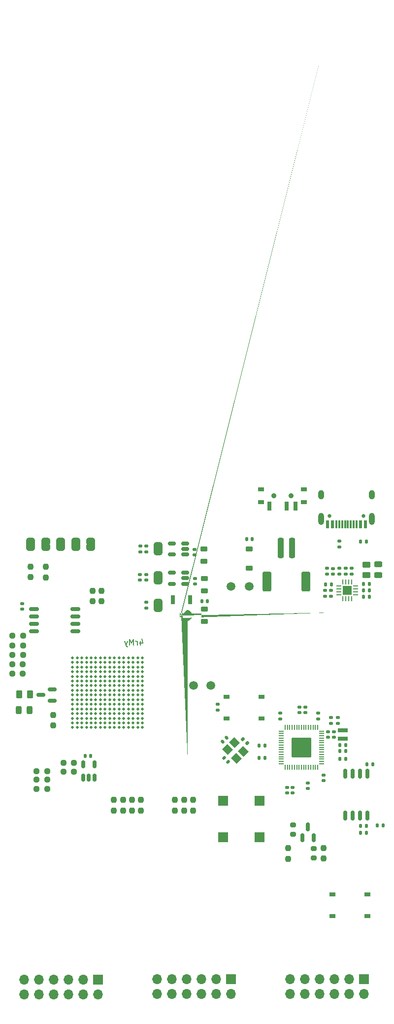
<source format=gbr>
%TF.GenerationSoftware,KiCad,Pcbnew,9.0.0*%
%TF.CreationDate,2025-05-15T06:11:23+08:00*%
%TF.ProjectId,greybadge_pcb,67726579-6261-4646-9765-5f7063622e6b,rev?*%
%TF.SameCoordinates,Original*%
%TF.FileFunction,Soldermask,Bot*%
%TF.FilePolarity,Negative*%
%FSLAX46Y46*%
G04 Gerber Fmt 4.6, Leading zero omitted, Abs format (unit mm)*
G04 Created by KiCad (PCBNEW 9.0.0) date 2025-05-15 06:11:23*
%MOMM*%
%LPD*%
G01*
G04 APERTURE LIST*
G04 Aperture macros list*
%AMRoundRect*
0 Rectangle with rounded corners*
0 $1 Rounding radius*
0 $2 $3 $4 $5 $6 $7 $8 $9 X,Y pos of 4 corners*
0 Add a 4 corners polygon primitive as box body*
4,1,4,$2,$3,$4,$5,$6,$7,$8,$9,$2,$3,0*
0 Add four circle primitives for the rounded corners*
1,1,$1+$1,$2,$3*
1,1,$1+$1,$4,$5*
1,1,$1+$1,$6,$7*
1,1,$1+$1,$8,$9*
0 Add four rect primitives between the rounded corners*
20,1,$1+$1,$2,$3,$4,$5,0*
20,1,$1+$1,$4,$5,$6,$7,0*
20,1,$1+$1,$6,$7,$8,$9,0*
20,1,$1+$1,$8,$9,$2,$3,0*%
%AMRotRect*
0 Rectangle, with rotation*
0 The origin of the aperture is its center*
0 $1 length*
0 $2 width*
0 $3 Rotation angle, in degrees counterclockwise*
0 Add horizontal line*
21,1,$1,$2,0,0,$3*%
%AMFreePoly0*
4,1,23,0.500000,-0.750000,0.000000,-0.750000,0.000000,-0.745722,-0.065263,-0.745722,-0.191342,-0.711940,-0.304381,-0.646677,-0.396677,-0.554381,-0.461940,-0.441342,-0.495722,-0.315263,-0.495722,-0.250000,-0.500000,-0.250000,-0.500000,0.250000,-0.495722,0.250000,-0.495722,0.315263,-0.461940,0.441342,-0.396677,0.554381,-0.304381,0.646677,-0.191342,0.711940,-0.065263,0.745722,0.000000,0.745722,
0.000000,0.750000,0.500000,0.750000,0.500000,-0.750000,0.500000,-0.750000,$1*%
%AMFreePoly1*
4,1,23,0.000000,0.745722,0.065263,0.745722,0.191342,0.711940,0.304381,0.646677,0.396677,0.554381,0.461940,0.441342,0.495722,0.315263,0.495722,0.250000,0.500000,0.250000,0.500000,-0.250000,0.495722,-0.250000,0.495722,-0.315263,0.461940,-0.441342,0.396677,-0.554381,0.304381,-0.646677,0.191342,-0.711940,0.065263,-0.745722,0.000000,-0.745722,0.000000,-0.750000,-0.500000,-0.750000,
-0.500000,0.750000,0.000000,0.750000,0.000000,0.745722,0.000000,0.745722,$1*%
%AMFreePoly2*
4,1,123,0.971755,0.948997,1.016180,0.945872,1.060427,0.940665,1.104369,0.933401,1.147930,0.924054,1.190983,0.912700,1.233477,0.899340,1.275286,0.883998,1.316332,0.866701,1.356541,0.847523,1.395784,0.826467,1.434011,0.803581,1.471120,0.778943,1.507036,0.752604,1.541656,0.724613,1.574956,0.694996,1.606807,0.663881,1.637186,0.631293,1.665989,0.597333,1.693167,0.562052,
1.718669,0.525527,1.742418,0.487859,1.764389,0.449098,1.784531,0.409373,1.802769,0.330023,3.500102,0.330023,3.500102,-0.329972,1.802769,-0.329972,1.784531,-0.409271,1.764389,-0.448997,1.742418,-0.487757,1.718669,-0.525425,1.693167,-0.561951,1.665989,-0.597231,1.637186,-0.631191,1.606807,-0.663780,1.574956,-0.694895,1.541656,-0.724511,1.507036,-0.752502,1.471120,-0.778842,
1.434011,-0.803480,1.395784,-0.826365,1.356541,-0.847422,1.316332,-0.866599,1.275286,-0.883896,1.233477,-0.899238,1.190983,-0.912598,1.147930,-0.923952,1.104369,-0.933299,1.060427,-0.940564,1.016180,-0.945771,0.971755,-0.948895,0.927229,-0.949962,-0.926975,-0.949962,-0.971501,-0.948895,-1.015926,-0.945771,-1.060173,-0.940564,-1.104115,-0.933299,-1.147676,-0.923952,-1.190729,-0.912598,
-1.233223,-0.899238,-1.275032,-0.883896,-1.316078,-0.866599,-1.356287,-0.847422,-1.395530,-0.826365,-1.433757,-0.803480,-1.470866,-0.778842,-1.506782,-0.752502,-1.541402,-0.724511,-1.574702,-0.694895,-1.606553,-0.663780,-1.636932,-0.631191,-1.665735,-0.597231,-1.692913,-0.561951,-1.718415,-0.525425,-1.742164,-0.487757,-1.764135,-0.448997,-1.784277,-0.409271,-1.802515,-0.368631,-1.818847,-0.327203,
-1.833198,-0.285039,-1.845568,-0.242240,-1.855906,-0.198908,-1.864211,-0.155169,-1.870460,-0.111049,-1.874625,-0.066701,-1.876708,-0.022225,-1.876708,0.022327,-1.874625,0.066802,-1.870460,0.111151,-1.864211,0.155271,-1.855906,0.199009,-1.845568,0.242342,-1.833198,0.285141,-1.818847,0.327305,-1.802515,0.368733,-1.784277,0.409373,-1.764135,0.449098,-1.742164,0.487859,-1.718415,0.525527,
-1.692913,0.562052,-1.665735,0.597333,-1.636932,0.631293,-1.606553,0.663881,-1.574702,0.694996,-1.541402,0.724613,-1.506782,0.752604,-1.470866,0.778943,-1.433757,0.803581,-1.395530,0.826467,-1.356287,0.847523,-1.316078,0.866701,-1.275032,0.883998,-1.233223,0.899340,-1.190729,0.912700,-1.147676,0.924054,-1.104115,0.933401,-1.060173,0.940665,-1.015926,0.945872,-0.971501,0.948997,
-0.926975,0.950064,0.927229,0.950064,0.971755,0.948997,0.971755,0.948997,$1*%
%AMFreePoly3*
4,1,18,-0.437500,0.050000,-0.433694,0.069134,-0.422855,0.085355,-0.406634,0.096194,-0.387500,0.100000,0.387500,0.100000,0.406634,0.096194,0.422855,0.085355,0.433694,0.069134,0.437500,0.050000,0.437500,-0.050000,0.387500,-0.100000,-0.387500,-0.100000,-0.406634,-0.096194,-0.422855,-0.085355,-0.433694,-0.069134,-0.437500,-0.050000,-0.437500,0.050000,-0.437500,0.050000,$1*%
%AMFreePoly4*
4,1,18,-0.437500,0.050000,-0.433694,0.069134,-0.422855,0.085355,-0.406634,0.096194,-0.387500,0.100000,0.387500,0.100000,0.437500,0.050000,0.437500,-0.050000,0.433694,-0.069134,0.422855,-0.085355,0.406634,-0.096194,0.387500,-0.100000,-0.387500,-0.100000,-0.406634,-0.096194,-0.422855,-0.085355,-0.433694,-0.069134,-0.437500,-0.050000,-0.437500,0.050000,-0.437500,0.050000,$1*%
%AMFreePoly5*
4,1,18,-0.100000,0.387500,-0.096194,0.406634,-0.085355,0.422855,-0.069134,0.433694,-0.050000,0.437500,0.050000,0.437500,0.069134,0.433694,0.085355,0.422855,0.096194,0.406634,0.100000,0.387500,0.100000,-0.387500,0.096194,-0.406634,0.085355,-0.422855,0.069134,-0.433694,0.050000,-0.437500,-0.050000,-0.437500,-0.100000,-0.387500,-0.100000,0.387500,-0.100000,0.387500,$1*%
%AMFreePoly6*
4,1,18,-0.100000,0.387500,-0.096194,0.406634,-0.085355,0.422855,-0.069134,0.433694,-0.050000,0.437500,0.050000,0.437500,0.069134,0.433694,0.085355,0.422855,0.096194,0.406634,0.100000,0.387500,0.100000,-0.387500,0.050000,-0.437500,-0.050000,-0.437500,-0.069134,-0.433694,-0.085355,-0.422855,-0.096194,-0.406634,-0.100000,-0.387500,-0.100000,0.387500,-0.100000,0.387500,$1*%
%AMFreePoly7*
4,1,18,-0.437500,0.050000,-0.387500,0.100000,0.387500,0.100000,0.406634,0.096194,0.422855,0.085355,0.433694,0.069134,0.437500,0.050000,0.437500,-0.050000,0.433694,-0.069134,0.422855,-0.085355,0.406634,-0.096194,0.387500,-0.100000,-0.387500,-0.100000,-0.406634,-0.096194,-0.422855,-0.085355,-0.433694,-0.069134,-0.437500,-0.050000,-0.437500,0.050000,-0.437500,0.050000,$1*%
%AMFreePoly8*
4,1,18,-0.437500,0.050000,-0.433694,0.069134,-0.422855,0.085355,-0.406634,0.096194,-0.387500,0.100000,0.387500,0.100000,0.406634,0.096194,0.422855,0.085355,0.433694,0.069134,0.437500,0.050000,0.437500,-0.050000,0.433694,-0.069134,0.422855,-0.085355,0.406634,-0.096194,0.387500,-0.100000,-0.387500,-0.100000,-0.437500,-0.050000,-0.437500,0.050000,-0.437500,0.050000,$1*%
%AMFreePoly9*
4,1,18,-0.100000,0.387500,-0.096194,0.406634,-0.085355,0.422855,-0.069134,0.433694,-0.050000,0.437500,0.050000,0.437500,0.100000,0.387500,0.100000,-0.387500,0.096194,-0.406634,0.085355,-0.422855,0.069134,-0.433694,0.050000,-0.437500,-0.050000,-0.437500,-0.069134,-0.433694,-0.085355,-0.422855,-0.096194,-0.406634,-0.100000,-0.387500,-0.100000,0.387500,-0.100000,0.387500,$1*%
%AMFreePoly10*
4,1,18,-0.100000,0.387500,-0.050000,0.437500,0.050000,0.437500,0.069134,0.433694,0.085355,0.422855,0.096194,0.406634,0.100000,0.387500,0.100000,-0.387500,0.096194,-0.406634,0.085355,-0.422855,0.069134,-0.433694,0.050000,-0.437500,-0.050000,-0.437500,-0.069134,-0.433694,-0.085355,-0.422855,-0.096194,-0.406634,-0.100000,-0.387500,-0.100000,0.387500,-0.100000,0.387500,$1*%
G04 Aperture macros list end*
%ADD10C,0.150000*%
%ADD11C,0.000000*%
%ADD12RoundRect,0.237500X-0.237500X0.250000X-0.237500X-0.250000X0.237500X-0.250000X0.237500X0.250000X0*%
%ADD13RoundRect,0.140000X0.170000X-0.140000X0.170000X0.140000X-0.170000X0.140000X-0.170000X-0.140000X0*%
%ADD14R,1.700000X0.700000*%
%ADD15RoundRect,0.243750X-0.456250X0.243750X-0.456250X-0.243750X0.456250X-0.243750X0.456250X0.243750X0*%
%ADD16R,1.800000X1.800000*%
%ADD17RoundRect,0.237500X0.250000X0.237500X-0.250000X0.237500X-0.250000X-0.237500X0.250000X-0.237500X0*%
%ADD18FreePoly0,90.000000*%
%ADD19FreePoly1,90.000000*%
%ADD20RoundRect,0.200000X0.275000X-0.200000X0.275000X0.200000X-0.275000X0.200000X-0.275000X-0.200000X0*%
%ADD21RoundRect,0.237500X0.237500X-0.250000X0.237500X0.250000X-0.237500X0.250000X-0.237500X-0.250000X0*%
%ADD22RoundRect,0.218750X-0.381250X0.218750X-0.381250X-0.218750X0.381250X-0.218750X0.381250X0.218750X0*%
%ADD23R,1.700000X1.700000*%
%ADD24O,1.700000X1.700000*%
%ADD25RoundRect,0.140000X-0.140000X-0.170000X0.140000X-0.170000X0.140000X0.170000X-0.140000X0.170000X0*%
%ADD26RoundRect,0.140000X-0.170000X0.140000X-0.170000X-0.140000X0.170000X-0.140000X0.170000X0.140000X0*%
%ADD27RoundRect,0.135000X-0.135000X-0.185000X0.135000X-0.185000X0.135000X0.185000X-0.135000X0.185000X0*%
%ADD28C,0.650000*%
%ADD29R,0.600000X1.450000*%
%ADD30R,0.300000X1.450000*%
%ADD31O,1.000000X1.600000*%
%ADD32O,1.000000X2.100000*%
%ADD33RoundRect,0.062500X0.375000X0.062500X-0.375000X0.062500X-0.375000X-0.062500X0.375000X-0.062500X0*%
%ADD34RoundRect,0.062500X0.062500X0.375000X-0.062500X0.375000X-0.062500X-0.375000X0.062500X-0.375000X0*%
%ADD35R,1.600000X1.600000*%
%ADD36RoundRect,0.140000X0.021213X-0.219203X0.219203X-0.021213X-0.021213X0.219203X-0.219203X0.021213X0*%
%ADD37RotRect,1.400000X1.200000X315.000000*%
%ADD38RoundRect,0.135000X0.185000X-0.135000X0.185000X0.135000X-0.185000X0.135000X-0.185000X-0.135000X0*%
%ADD39RoundRect,0.150000X0.587500X0.150000X-0.587500X0.150000X-0.587500X-0.150000X0.587500X-0.150000X0*%
%ADD40R,1.000000X0.750000*%
%ADD41RoundRect,0.135000X0.135000X0.185000X-0.135000X0.185000X-0.135000X-0.185000X0.135000X-0.185000X0*%
%ADD42RoundRect,0.135000X-0.226274X-0.035355X-0.035355X-0.226274X0.226274X0.035355X0.035355X0.226274X0*%
%ADD43RoundRect,0.225000X-0.375000X0.225000X-0.375000X-0.225000X0.375000X-0.225000X0.375000X0.225000X0*%
%ADD44RoundRect,0.150000X0.512500X0.150000X-0.512500X0.150000X-0.512500X-0.150000X0.512500X-0.150000X0*%
%ADD45RoundRect,0.250000X0.450000X-0.262500X0.450000X0.262500X-0.450000X0.262500X-0.450000X-0.262500X0*%
%ADD46RoundRect,0.243750X0.243750X0.456250X-0.243750X0.456250X-0.243750X-0.456250X0.243750X-0.456250X0*%
%ADD47C,1.500000*%
%ADD48RoundRect,0.162500X0.650000X0.162500X-0.650000X0.162500X-0.650000X-0.162500X0.650000X-0.162500X0*%
%ADD49C,0.470000*%
%ADD50RoundRect,0.140000X0.140000X0.170000X-0.140000X0.170000X-0.140000X-0.170000X0.140000X-0.170000X0*%
%ADD51RoundRect,0.135000X-0.185000X0.135000X-0.185000X-0.135000X0.185000X-0.135000X0.185000X0.135000X0*%
%ADD52RoundRect,0.150000X0.150000X-0.587500X0.150000X0.587500X-0.150000X0.587500X-0.150000X-0.587500X0*%
%ADD53R,0.672009X1.575006*%
%ADD54FreePoly2,90.000000*%
%ADD55RoundRect,0.250000X-0.262500X-0.450000X0.262500X-0.450000X0.262500X0.450000X-0.262500X0.450000X0*%
%ADD56RoundRect,0.250000X0.250000X1.500000X-0.250000X1.500000X-0.250000X-1.500000X0.250000X-1.500000X0*%
%ADD57RoundRect,0.250001X0.499999X1.449999X-0.499999X1.449999X-0.499999X-1.449999X0.499999X-1.449999X0*%
%ADD58R,1.000000X0.800000*%
%ADD59C,0.900000*%
%ADD60R,0.700000X1.500000*%
%ADD61RoundRect,0.237500X-0.250000X-0.237500X0.250000X-0.237500X0.250000X0.237500X-0.250000X0.237500X0*%
%ADD62RoundRect,0.162500X0.162500X-0.650000X0.162500X0.650000X-0.162500X0.650000X-0.162500X-0.650000X0*%
%ADD63RoundRect,0.140000X-0.219203X-0.021213X-0.021213X-0.219203X0.219203X0.021213X0.021213X0.219203X0*%
%ADD64FreePoly3,90.000000*%
%ADD65RoundRect,0.050000X0.050000X-0.387500X0.050000X0.387500X-0.050000X0.387500X-0.050000X-0.387500X0*%
%ADD66FreePoly4,90.000000*%
%ADD67FreePoly5,90.000000*%
%ADD68RoundRect,0.050000X0.387500X-0.050000X0.387500X0.050000X-0.387500X0.050000X-0.387500X-0.050000X0*%
%ADD69FreePoly6,90.000000*%
%ADD70FreePoly7,90.000000*%
%ADD71FreePoly8,90.000000*%
%ADD72FreePoly9,90.000000*%
%ADD73FreePoly10,90.000000*%
%ADD74RoundRect,0.153000X-1.547000X-1.547000X1.547000X-1.547000X1.547000X1.547000X-1.547000X1.547000X0*%
%ADD75RoundRect,0.150000X0.150000X-0.512500X0.150000X0.512500X-0.150000X0.512500X-0.150000X-0.512500X0*%
%ADD76RoundRect,0.200000X-0.275000X0.200000X-0.275000X-0.200000X0.275000X-0.200000X0.275000X0.200000X0*%
G04 APERTURE END LIST*
D10*
X109953406Y-79107813D02*
X109953406Y-79774480D01*
X110191501Y-78726861D02*
X110429596Y-79441146D01*
X110429596Y-79441146D02*
X109810549Y-79441146D01*
X109429596Y-79774480D02*
X109429596Y-79107813D01*
X109429596Y-79298289D02*
X109381977Y-79203051D01*
X109381977Y-79203051D02*
X109334358Y-79155432D01*
X109334358Y-79155432D02*
X109239120Y-79107813D01*
X109239120Y-79107813D02*
X109143882Y-79107813D01*
X108810548Y-79774480D02*
X108810548Y-78774480D01*
X108810548Y-78774480D02*
X108477215Y-79488765D01*
X108477215Y-79488765D02*
X108143882Y-78774480D01*
X108143882Y-78774480D02*
X108143882Y-79774480D01*
X107762929Y-79107813D02*
X107524834Y-79774480D01*
X107286739Y-79107813D02*
X107524834Y-79774480D01*
X107524834Y-79774480D02*
X107620072Y-80012575D01*
X107620072Y-80012575D02*
X107667691Y-80060194D01*
X107667691Y-80060194D02*
X107762929Y-80107813D01*
D11*
%TO.C,JP6*%
G36*
X113750000Y-63399999D02*
G01*
X112250000Y-63399999D01*
X112250000Y-63099999D01*
X113750000Y-63099999D01*
X113750000Y-63399999D01*
G37*
%TO.C,JP4*%
G36*
X94425200Y-62615026D02*
G01*
X92925200Y-62615026D01*
X92925200Y-62315026D01*
X94425200Y-62315026D01*
X94425200Y-62615026D01*
G37*
%TO.C,JP3*%
G36*
X97016000Y-62619000D02*
G01*
X95516000Y-62619000D01*
X95516000Y-62319000D01*
X97016000Y-62319000D01*
X97016000Y-62619000D01*
G37*
%TO.C,JP7*%
G36*
X113750000Y-73100001D02*
G01*
X112250000Y-73100001D01*
X112250000Y-72800001D01*
X113750000Y-72800001D01*
X113750000Y-73100001D01*
G37*
%TO.C,JP8*%
G36*
X113750000Y-68399999D02*
G01*
X112250000Y-68399999D01*
X112250000Y-68099999D01*
X113750000Y-68099999D01*
X113750000Y-68399999D01*
G37*
%TO.C,JP2*%
G36*
X99606800Y-62619000D02*
G01*
X98106800Y-62619000D01*
X98106800Y-62319000D01*
X99606800Y-62319000D01*
X99606800Y-62619000D01*
G37*
%TO.C,JP5*%
G36*
X91834400Y-62619000D02*
G01*
X90334400Y-62619000D01*
X90334400Y-62319000D01*
X91834400Y-62319000D01*
X91834400Y-62619000D01*
G37*
%TO.C,JP1*%
G36*
X102197600Y-62619000D02*
G01*
X100697600Y-62619000D01*
X100697600Y-62319000D01*
X102197600Y-62319000D01*
X102197600Y-62619000D01*
G37*
%TD*%
D12*
%TO.C,R8*%
X94998249Y-91771739D03*
X94998249Y-93596739D03*
%TD*%
D13*
%TO.C,C39*%
X138350000Y-91413631D03*
X138350000Y-90453631D03*
%TD*%
D14*
%TO.C,L3*%
X144772430Y-95848972D03*
X144772430Y-94448972D03*
%TD*%
D13*
%TO.C,C27*%
X143953631Y-93208972D03*
X143953631Y-92248972D03*
%TD*%
D15*
%TO.C,D9*%
X150870000Y-65922499D03*
X150870000Y-67797501D03*
%TD*%
D16*
%TO.C,BZ1*%
X124154432Y-106527598D03*
X130454400Y-106527600D03*
X130454398Y-112827568D03*
X124154430Y-112827566D03*
%TD*%
D17*
%TO.C,R6*%
X98552000Y-99999800D03*
X96727000Y-99999800D03*
%TD*%
D18*
%TO.C,JP6*%
X113000000Y-63899998D03*
D19*
X113000000Y-62600000D03*
%TD*%
D18*
%TO.C,JP4*%
X93675200Y-63115026D03*
D19*
X93675200Y-61815026D03*
%TD*%
D20*
%TO.C,R21*%
X136245600Y-112317800D03*
X136245600Y-110667800D03*
%TD*%
D21*
%TO.C,R45*%
X101741331Y-72291969D03*
X101741331Y-70466969D03*
%TD*%
D22*
%TO.C,FB2*%
X120956420Y-73584472D03*
X120956420Y-75709472D03*
%TD*%
D23*
%TO.C,J3*%
X148404880Y-137217248D03*
D24*
X148404880Y-139757248D03*
X145864880Y-137217248D03*
X145864880Y-139757248D03*
X143324880Y-137217248D03*
X143324880Y-139757248D03*
X140784880Y-137217248D03*
X140784880Y-139757248D03*
X138244880Y-137217248D03*
X138244880Y-139757248D03*
X135704880Y-137217248D03*
X135704880Y-139757248D03*
%TD*%
D17*
%TO.C,R42*%
X89789000Y-78206600D03*
X87964000Y-78206600D03*
%TD*%
D25*
%TO.C,C24*%
X148343762Y-71459467D03*
X149303762Y-71459467D03*
%TD*%
D21*
%TO.C,R7*%
X117462982Y-108217076D03*
X117462982Y-106392076D03*
%TD*%
D26*
%TO.C,C22*%
X141740000Y-70425900D03*
X141740000Y-71385900D03*
%TD*%
D27*
%TO.C,R23*%
X148320508Y-69263764D03*
X149340506Y-69263764D03*
%TD*%
D17*
%TO.C,R44*%
X89789000Y-79832200D03*
X87964000Y-79832200D03*
%TD*%
D28*
%TO.C,J5*%
X142509000Y-57609667D03*
X148289000Y-57609667D03*
D29*
X142149000Y-59054667D03*
X142948999Y-59054667D03*
D30*
X144149000Y-59054666D03*
X145149000Y-59054667D03*
X145649000Y-59054667D03*
X146649000Y-59054666D03*
D29*
X147849001Y-59054667D03*
X148649000Y-59054667D03*
X148649000Y-59054667D03*
X147849001Y-59054667D03*
D30*
X147148999Y-59054667D03*
X146149000Y-59054667D03*
X144649000Y-59054667D03*
X143649001Y-59054667D03*
D29*
X142948999Y-59054667D03*
X142149000Y-59054667D03*
D31*
X141079000Y-53959667D03*
D32*
X141079000Y-58139668D03*
D31*
X149719000Y-53959667D03*
D32*
X149719000Y-58139668D03*
%TD*%
D27*
%TO.C,R29*%
X147843631Y-110848972D03*
X148863629Y-110848972D03*
%TD*%
D21*
%TO.C,R4*%
X110083600Y-108225600D03*
X110083600Y-106400600D03*
%TD*%
D33*
%TO.C,U5*%
X146943000Y-69612500D03*
X146943000Y-70112500D03*
X146943000Y-70612500D03*
X146943000Y-71112500D03*
D34*
X146255500Y-71800000D03*
X145755500Y-71800000D03*
X145255500Y-71800000D03*
X144755500Y-71800000D03*
D33*
X144068000Y-71112500D03*
X144068000Y-70612500D03*
X144068000Y-70112500D03*
X144068000Y-69612500D03*
D34*
X144755500Y-68925000D03*
X145255500Y-68925000D03*
X145755500Y-68925000D03*
X146255500Y-68925000D03*
D35*
X145505500Y-70362500D03*
%TD*%
D18*
%TO.C,JP3*%
X96266000Y-63119000D03*
D19*
X96266000Y-61819000D03*
%TD*%
D21*
%TO.C,R2*%
X106984800Y-108218000D03*
X106984800Y-106393000D03*
%TD*%
D27*
%TO.C,R32*%
X147843631Y-112048972D03*
X148863629Y-112048972D03*
%TD*%
D23*
%TO.C,J2*%
X125509699Y-137217248D03*
D24*
X125509699Y-139757248D03*
X122969699Y-137217248D03*
X122969699Y-139757248D03*
X120429699Y-137217248D03*
X120429699Y-139757248D03*
X117889699Y-137217248D03*
X117889699Y-139757248D03*
X115349699Y-137217248D03*
X115349699Y-139757248D03*
X112809699Y-137217248D03*
X112809699Y-139757248D03*
%TD*%
D12*
%TO.C,R46*%
X91096000Y-66300000D03*
X91096000Y-68125000D03*
%TD*%
D36*
%TO.C,C31*%
X124078906Y-96353070D03*
X124757728Y-95674248D03*
%TD*%
D37*
%TO.C,Y1*%
X126141541Y-96534801D03*
X127697176Y-98090436D03*
X126495095Y-99292519D03*
X124939460Y-97736884D03*
%TD*%
D13*
%TO.C,C28*%
X142264220Y-95628972D03*
X142264220Y-94668972D03*
%TD*%
D38*
%TO.C,R34*%
X123270000Y-90970000D03*
X123270000Y-89950002D03*
%TD*%
D17*
%TO.C,R39*%
X89775785Y-81457800D03*
X87950785Y-81457800D03*
%TD*%
D18*
%TO.C,JP7*%
X113000000Y-73600000D03*
D19*
X113000000Y-72300002D03*
%TD*%
D26*
%TO.C,C8*%
X110961200Y-62799730D03*
X110961200Y-63759730D03*
%TD*%
D25*
%TO.C,C32*%
X144273631Y-99308972D03*
X145233631Y-99308972D03*
%TD*%
D39*
%TO.C,Q2*%
X94769880Y-87416065D03*
X94769880Y-89316065D03*
X92894880Y-88366065D03*
%TD*%
D13*
%TO.C,C21*%
X144169953Y-67574252D03*
X144169953Y-66614252D03*
%TD*%
D40*
%TO.C,SW10*%
X130764195Y-88670979D03*
X124764195Y-88670979D03*
X130764195Y-92420979D03*
X124764195Y-92420979D03*
%TD*%
D41*
%TO.C,R30*%
X145253630Y-97978972D03*
X144233632Y-97978972D03*
%TD*%
D25*
%TO.C,C36*%
X148953631Y-100258972D03*
X149913631Y-100258972D03*
%TD*%
D13*
%TO.C,C19*%
X143106387Y-67581320D03*
X143106387Y-66621320D03*
%TD*%
D42*
%TO.C,R33*%
X127607692Y-95953035D03*
X128328942Y-96674283D03*
%TD*%
D26*
%TO.C,C11*%
X110972600Y-72440800D03*
X110972600Y-73400800D03*
%TD*%
D43*
%TO.C,D10*%
X128680000Y-63250000D03*
X128680000Y-66550000D03*
%TD*%
D41*
%TO.C,R28*%
X151743629Y-110748972D03*
X150723631Y-110748972D03*
%TD*%
D44*
%TO.C,U2*%
X117692871Y-62332700D03*
X117692871Y-63282700D03*
X117692871Y-64232700D03*
X115417871Y-64232700D03*
X115417871Y-62332700D03*
%TD*%
D21*
%TO.C,R10*%
X141427200Y-116480600D03*
X141427200Y-114655600D03*
%TD*%
D26*
%TO.C,C1*%
X119318471Y-63364100D03*
X119318471Y-64324100D03*
%TD*%
D25*
%TO.C,C43*%
X100462200Y-98806000D03*
X101422200Y-98806000D03*
%TD*%
D45*
%TO.C,R20*%
X148820000Y-67800000D03*
X148820000Y-65975000D03*
%TD*%
D18*
%TO.C,JP8*%
X113000000Y-68899998D03*
D19*
X113000000Y-67600000D03*
%TD*%
D26*
%TO.C,C40*%
X138713631Y-103498972D03*
X138713631Y-104458972D03*
%TD*%
D18*
%TO.C,JP2*%
X98856800Y-63119000D03*
D19*
X98856800Y-61819000D03*
%TD*%
D46*
%TO.C,D11*%
X90893111Y-90964764D03*
X89018111Y-90964764D03*
%TD*%
D21*
%TO.C,R38*%
X93726000Y-68150000D03*
X93726000Y-66325000D03*
%TD*%
D13*
%TO.C,C37*%
X137350000Y-91413631D03*
X137350000Y-90453631D03*
%TD*%
D47*
%TO.C,AA-1*%
X125529672Y-69728800D03*
%TD*%
D17*
%TO.C,R5*%
X93930000Y-104510000D03*
X92105000Y-104510000D03*
%TD*%
D18*
%TO.C,JP5*%
X91084400Y-63119000D03*
D19*
X91084400Y-61819000D03*
%TD*%
D38*
%TO.C,R24*%
X145261800Y-67625299D03*
X145261800Y-66605301D03*
%TD*%
D26*
%TO.C,C18*%
X136169400Y-104241600D03*
X136169400Y-105201600D03*
%TD*%
D21*
%TO.C,R40*%
X103250000Y-72285000D03*
X103250000Y-70460000D03*
%TD*%
D48*
%TO.C,U9*%
X98818889Y-73604213D03*
X98818889Y-74874213D03*
X98818889Y-76144213D03*
X98818889Y-77414213D03*
X91643889Y-77414213D03*
X91643889Y-76144213D03*
X91643889Y-74874213D03*
X91643889Y-73604213D03*
%TD*%
D49*
%TO.C,U8*%
X98303599Y-93963827D03*
X99103599Y-93963827D03*
X99903599Y-93963827D03*
X100703599Y-93963827D03*
X101503599Y-93963827D03*
X102303599Y-93963827D03*
X103103599Y-93963827D03*
X103903599Y-93963827D03*
X104703599Y-93963827D03*
X105503599Y-93963827D03*
X106303599Y-93963827D03*
X107103599Y-93963827D03*
X107903599Y-93963827D03*
X108703599Y-93963827D03*
X109503599Y-93963827D03*
X110303599Y-93963827D03*
X98303599Y-93163827D03*
X99103599Y-93163827D03*
X99903599Y-93163827D03*
X100703599Y-93163827D03*
X101503599Y-93163827D03*
X102303599Y-93163827D03*
X103103599Y-93163827D03*
X103903599Y-93163827D03*
X104703599Y-93163827D03*
X105503599Y-93163827D03*
X106303599Y-93163827D03*
X107103599Y-93163827D03*
X107903599Y-93163827D03*
X108703599Y-93163827D03*
X109503599Y-93163827D03*
X110303599Y-93163827D03*
X98303599Y-92363827D03*
X99103599Y-92363827D03*
X99903599Y-92363827D03*
X100703599Y-92363827D03*
X101503599Y-92363827D03*
X102303599Y-92363827D03*
X103103599Y-92363827D03*
X103903599Y-92363827D03*
X104703599Y-92363827D03*
X105503599Y-92363827D03*
X106303599Y-92363827D03*
X107103599Y-92363827D03*
X107903599Y-92363827D03*
X108703599Y-92363827D03*
X109503599Y-92363827D03*
X110303599Y-92363827D03*
X98303599Y-91563827D03*
X99103599Y-91563827D03*
X99903599Y-91563827D03*
X100703599Y-91563827D03*
X101503599Y-91563827D03*
X102303599Y-91563827D03*
X103103599Y-91563827D03*
X103903599Y-91563827D03*
X104703599Y-91563827D03*
X105503599Y-91563827D03*
X106303599Y-91563827D03*
X107103599Y-91563827D03*
X107903599Y-91563827D03*
X108703599Y-91563827D03*
X109503599Y-91563827D03*
X110303599Y-91563827D03*
X98303599Y-90763827D03*
X99103599Y-90763827D03*
X99903599Y-90763827D03*
X100703599Y-90763827D03*
X101503599Y-90763827D03*
X102303599Y-90763827D03*
X103103599Y-90763827D03*
X103903599Y-90763827D03*
X104703599Y-90763827D03*
X105503599Y-90763827D03*
X106303599Y-90763827D03*
X107103599Y-90763827D03*
X107903599Y-90763827D03*
X108703599Y-90763827D03*
X109503599Y-90763827D03*
X110303599Y-90763827D03*
X98303599Y-89963827D03*
X99103599Y-89963827D03*
X99903599Y-89963827D03*
X100703599Y-89963827D03*
X101503599Y-89963827D03*
X102303599Y-89963827D03*
X103103599Y-89963827D03*
X103903599Y-89963827D03*
X104703599Y-89963827D03*
X105503599Y-89963827D03*
X106303599Y-89963827D03*
X107103599Y-89963827D03*
X107903599Y-89963827D03*
X108703599Y-89963827D03*
X109503599Y-89963827D03*
X110303599Y-89963827D03*
X98303599Y-89163827D03*
X99103599Y-89163827D03*
X99903599Y-89163827D03*
X100703599Y-89163827D03*
X101503599Y-89163827D03*
X102303599Y-89163827D03*
X103103599Y-89163827D03*
X103903599Y-89163827D03*
X104703599Y-89163827D03*
X105503599Y-89163827D03*
X106303599Y-89163827D03*
X107103599Y-89163827D03*
X107903599Y-89163827D03*
X108703599Y-89163827D03*
X109503599Y-89163827D03*
X110303599Y-89163827D03*
X98303599Y-88363827D03*
X99103599Y-88363827D03*
X99903599Y-88363827D03*
X100703599Y-88363827D03*
X101503599Y-88363827D03*
X102303599Y-88363827D03*
X103103599Y-88363827D03*
X103903599Y-88363827D03*
X104703599Y-88363827D03*
X105503599Y-88363827D03*
X106303599Y-88363827D03*
X107103599Y-88363827D03*
X107903599Y-88363827D03*
X108703599Y-88363827D03*
X109503599Y-88363827D03*
X110303599Y-88363827D03*
X98303599Y-87563827D03*
X99103599Y-87563827D03*
X99903599Y-87563827D03*
X100703599Y-87563827D03*
X101503599Y-87563827D03*
X102303599Y-87563827D03*
X103103599Y-87563827D03*
X103903599Y-87563827D03*
X104703599Y-87563827D03*
X105503599Y-87563827D03*
X106303599Y-87563827D03*
X107103599Y-87563827D03*
X107903599Y-87563827D03*
X108703599Y-87563827D03*
X109503599Y-87563827D03*
X110303599Y-87563827D03*
X98303599Y-86763827D03*
X99103599Y-86763827D03*
X99903599Y-86763827D03*
X100703599Y-86763827D03*
X101503599Y-86763827D03*
X102303599Y-86763827D03*
X103103599Y-86763827D03*
X103903599Y-86763827D03*
X104703599Y-86763827D03*
X105503599Y-86763827D03*
X106303599Y-86763827D03*
X107103599Y-86763827D03*
X107903599Y-86763827D03*
X108703599Y-86763827D03*
X109503599Y-86763827D03*
X110303599Y-86763827D03*
X98303599Y-85963827D03*
X99103599Y-85963827D03*
X99903599Y-85963827D03*
X100703599Y-85963827D03*
X101503599Y-85963827D03*
X102303599Y-85963827D03*
X103103599Y-85963827D03*
X103903599Y-85963827D03*
X104703599Y-85963827D03*
X105503599Y-85963827D03*
X106303599Y-85963827D03*
X107103599Y-85963827D03*
X107903599Y-85963827D03*
X108703599Y-85963827D03*
X109503599Y-85963827D03*
X110303599Y-85963827D03*
X98303599Y-85163827D03*
X99103599Y-85163827D03*
X99903599Y-85163827D03*
X100703599Y-85163827D03*
X101503599Y-85163827D03*
X102303599Y-85163827D03*
X103103599Y-85163827D03*
X103903599Y-85163827D03*
X104703599Y-85163827D03*
X105503599Y-85163827D03*
X106303599Y-85163827D03*
X107103599Y-85163827D03*
X107903599Y-85163827D03*
X108703599Y-85163827D03*
X109503599Y-85163827D03*
X110303599Y-85163827D03*
X98303599Y-84363827D03*
X99103599Y-84363827D03*
X99903599Y-84363827D03*
X100703599Y-84363827D03*
X101503599Y-84363827D03*
X102303599Y-84363827D03*
X103103599Y-84363827D03*
X103903599Y-84363827D03*
X104703599Y-84363827D03*
X105503599Y-84363827D03*
X106303599Y-84363827D03*
X107103599Y-84363827D03*
X107903599Y-84363827D03*
X108703599Y-84363827D03*
X109503599Y-84363827D03*
X110303599Y-84363827D03*
X98303599Y-83563827D03*
X99103599Y-83563827D03*
X99903599Y-83563827D03*
X100703599Y-83563827D03*
X101503599Y-83563827D03*
X102303599Y-83563827D03*
X103103599Y-83563827D03*
X103903599Y-83563827D03*
X104703599Y-83563827D03*
X105503599Y-83563827D03*
X106303599Y-83563827D03*
X107103599Y-83563827D03*
X107903599Y-83563827D03*
X108703599Y-83563827D03*
X109503599Y-83563827D03*
X110303599Y-83563827D03*
X98303599Y-82763827D03*
X99103599Y-82763827D03*
X99903599Y-82763827D03*
X100703599Y-82763827D03*
X101503599Y-82763827D03*
X102303599Y-82763827D03*
X103103599Y-82763827D03*
X103903599Y-82763827D03*
X104703599Y-82763827D03*
X105503599Y-82763827D03*
X106303599Y-82763827D03*
X107103599Y-82763827D03*
X107903599Y-82763827D03*
X108703599Y-82763827D03*
X109503599Y-82763827D03*
X110303599Y-82763827D03*
X98303599Y-81963827D03*
X99103599Y-81963827D03*
X99903599Y-81963827D03*
X100703599Y-81963827D03*
X101503599Y-81963827D03*
X102303599Y-81963827D03*
X103103599Y-81963827D03*
X103903599Y-81963827D03*
X104703599Y-81963827D03*
X105503599Y-81963827D03*
X106303599Y-81963827D03*
X107103599Y-81963827D03*
X107903599Y-81963827D03*
X108703599Y-81963827D03*
X109503599Y-81963827D03*
X110303599Y-81963827D03*
%TD*%
D26*
%TO.C,C12*%
X119323132Y-68353612D03*
X119323132Y-69313612D03*
%TD*%
D22*
%TO.C,FB3*%
X120956420Y-68384472D03*
X120956420Y-70509472D03*
%TD*%
D13*
%TO.C,C29*%
X143214220Y-95628972D03*
X143214220Y-94668972D03*
%TD*%
D50*
%TO.C,C17*%
X129180000Y-61590000D03*
X128220000Y-61590000D03*
%TD*%
D25*
%TO.C,C3*%
X120523000Y-72263000D03*
X121483000Y-72263000D03*
%TD*%
D44*
%TO.C,U3*%
X117687371Y-67361900D03*
X117687371Y-68311900D03*
X117687371Y-69261900D03*
X115412371Y-69261900D03*
X115412371Y-67361900D03*
%TD*%
D18*
%TO.C,JP1*%
X101447600Y-63119000D03*
D19*
X101447600Y-61819000D03*
%TD*%
D41*
%TO.C,R31*%
X145243630Y-96978971D03*
X144223632Y-96978971D03*
%TD*%
D51*
%TO.C,R35*%
X144162427Y-61925200D03*
X144162427Y-62945198D03*
%TD*%
D52*
%TO.C,Q1*%
X139735600Y-112873001D03*
X137835600Y-112873001D03*
X138785600Y-110998000D03*
%TD*%
D41*
%TO.C,R25*%
X142799998Y-69375900D03*
X141780000Y-69375900D03*
%TD*%
D26*
%TO.C,C16*%
X110965800Y-67650200D03*
X110965800Y-68610200D03*
%TD*%
D38*
%TO.C,R26*%
X146310000Y-67630000D03*
X146310000Y-66610002D03*
%TD*%
D53*
%TO.C,U10*%
X115532342Y-71987823D03*
D54*
X117032216Y-74700297D03*
D53*
X118532339Y-71987829D03*
%TD*%
D17*
%TO.C,R43*%
X89763600Y-83083400D03*
X87938600Y-83083400D03*
%TD*%
D26*
%TO.C,C23*%
X142760000Y-70425900D03*
X142760000Y-71385900D03*
%TD*%
D55*
%TO.C,R37*%
X89153496Y-88254350D03*
X90978496Y-88254350D03*
%TD*%
D56*
%TO.C,J4*%
X136080000Y-63100000D03*
X134080000Y-63100000D03*
D57*
X138430000Y-68850000D03*
X131730000Y-68850000D03*
%TD*%
D58*
%TO.C,SW8*%
X130750000Y-53045000D03*
X130750000Y-55255000D03*
D59*
X132900000Y-54145000D03*
X135900000Y-54145000D03*
D58*
X138050000Y-53045000D03*
X138050000Y-55255000D03*
D60*
X132150000Y-55905000D03*
X135150000Y-55905000D03*
X136650000Y-55905000D03*
%TD*%
D21*
%TO.C,R11*%
X105435400Y-108221800D03*
X105435400Y-106396800D03*
%TD*%
D47*
%TO.C,TP5*%
X122051749Y-86733206D03*
%TD*%
D13*
%TO.C,C35*%
X140560000Y-92470000D03*
X140560000Y-91510000D03*
%TD*%
D26*
%TO.C,C5*%
X109931200Y-62799730D03*
X109931200Y-63759730D03*
%TD*%
D13*
%TO.C,C20*%
X142042807Y-67571089D03*
X142042807Y-66611089D03*
%TD*%
D61*
%TO.C,R1*%
X92111957Y-102932807D03*
X93936957Y-102932807D03*
%TD*%
D62*
%TO.C,U6*%
X148958631Y-109046472D03*
X147688631Y-109046472D03*
X146418631Y-109046472D03*
X145148631Y-109046472D03*
X145148631Y-101871472D03*
X146418631Y-101871472D03*
X147688631Y-101871472D03*
X148958631Y-101871472D03*
%TD*%
D51*
%TO.C,R27*%
X142753631Y-92218973D03*
X142753631Y-93238971D03*
%TD*%
D21*
%TO.C,R14*%
X119037782Y-108213276D03*
X119037782Y-106388276D03*
%TD*%
D26*
%TO.C,C13*%
X109905800Y-67640200D03*
X109905800Y-68600200D03*
%TD*%
D21*
%TO.C,R3*%
X135356600Y-116506000D03*
X135356600Y-114681000D03*
%TD*%
D26*
%TO.C,C38*%
X141425000Y-102125000D03*
X141425000Y-103085000D03*
%TD*%
D50*
%TO.C,C33*%
X131368800Y-99212400D03*
X130408800Y-99212400D03*
%TD*%
D17*
%TO.C,R41*%
X89763600Y-84734400D03*
X87938600Y-84734400D03*
%TD*%
D50*
%TO.C,C41*%
X131363631Y-97048972D03*
X130403631Y-97048972D03*
%TD*%
D17*
%TO.C,R13*%
X98548200Y-101523800D03*
X96723200Y-101523800D03*
%TD*%
D13*
%TO.C,C26*%
X134053631Y-92458972D03*
X134053631Y-91498972D03*
%TD*%
D63*
%TO.C,C30*%
X124378906Y-99174249D03*
X125057728Y-99853071D03*
%TD*%
D26*
%TO.C,C34*%
X135178800Y-104241600D03*
X135178800Y-105201600D03*
%TD*%
D47*
%TO.C,TP4*%
X119084693Y-86767106D03*
%TD*%
D27*
%TO.C,R36*%
X147803974Y-61976000D03*
X148823972Y-61976000D03*
%TD*%
D64*
%TO.C,U7*%
X140453631Y-100808971D03*
D65*
X140053631Y-100808971D03*
X139653631Y-100808971D03*
X139253631Y-100808971D03*
X138853631Y-100808971D03*
X138453631Y-100808971D03*
X138053631Y-100808971D03*
X137653631Y-100808971D03*
X137253631Y-100808971D03*
X136853631Y-100808971D03*
X136453631Y-100808971D03*
X136053631Y-100808971D03*
X135653631Y-100808971D03*
X135253631Y-100808971D03*
D66*
X134853631Y-100808971D03*
D67*
X134216131Y-100171471D03*
D68*
X134216131Y-99771471D03*
X134216131Y-99371471D03*
X134216131Y-98971471D03*
X134216131Y-98571471D03*
X134216131Y-98171471D03*
X134216131Y-97771471D03*
X134216131Y-97371471D03*
X134216131Y-96971471D03*
X134216131Y-96571471D03*
X134216131Y-96171471D03*
X134216131Y-95771471D03*
X134216131Y-95371471D03*
X134216131Y-94971471D03*
D69*
X134216131Y-94571471D03*
D70*
X134853631Y-93933971D03*
D65*
X135253631Y-93933971D03*
X135653631Y-93933971D03*
X136053631Y-93933971D03*
X136453631Y-93933971D03*
X136853631Y-93933971D03*
X137253631Y-93933971D03*
X137653631Y-93933971D03*
X138053631Y-93933971D03*
X138453631Y-93933971D03*
X138853631Y-93933971D03*
X139253631Y-93933971D03*
X139653631Y-93933971D03*
X140053631Y-93933971D03*
D71*
X140453631Y-93933971D03*
D72*
X141091131Y-94571471D03*
D68*
X141091131Y-94971471D03*
X141091131Y-95371471D03*
X141091131Y-95771471D03*
X141091131Y-96171471D03*
X141091131Y-96571471D03*
X141091131Y-96971471D03*
X141091131Y-97371471D03*
X141091131Y-97771471D03*
X141091131Y-98171471D03*
X141091131Y-98571471D03*
X141091131Y-98971471D03*
X141091131Y-99371471D03*
X141091131Y-99771471D03*
D73*
X141091131Y-100171471D03*
D74*
X137653631Y-97371471D03*
%TD*%
D21*
%TO.C,R15*%
X108534200Y-108221800D03*
X108534200Y-106396800D03*
%TD*%
D61*
%TO.C,R9*%
X92113495Y-101448524D03*
X93938495Y-101448524D03*
%TD*%
D47*
%TO.C,AA+1*%
X128679672Y-69728800D03*
%TD*%
D75*
%TO.C,X1*%
X102063065Y-102525784D03*
X101113065Y-102525784D03*
X100163065Y-102525784D03*
X100163065Y-100250784D03*
X102063065Y-100250784D03*
%TD*%
D76*
%TO.C,R22*%
X139776200Y-114731800D03*
X139776200Y-116381800D03*
%TD*%
D40*
%TO.C,SW9*%
X149006221Y-122587394D03*
X143006221Y-122587394D03*
X149006221Y-126337394D03*
X143006221Y-126337394D03*
%TD*%
D25*
%TO.C,C25*%
X148343001Y-70358900D03*
X149303001Y-70358900D03*
%TD*%
D21*
%TO.C,R12*%
X115874800Y-108223808D03*
X115874800Y-106398808D03*
%TD*%
D13*
%TO.C,C42*%
X89680000Y-73610000D03*
X89680000Y-72650000D03*
%TD*%
D22*
%TO.C,FB1*%
X120900298Y-63240864D03*
X120900298Y-65365864D03*
%TD*%
D23*
%TO.C,J1*%
X102685743Y-137313977D03*
D24*
X102685743Y-139853977D03*
X100145743Y-137313977D03*
X100145743Y-139853977D03*
X97605743Y-137313977D03*
X97605743Y-139853977D03*
X95065743Y-137313977D03*
X95065743Y-139853977D03*
X92525743Y-137313977D03*
X92525743Y-139853977D03*
X89985743Y-137313977D03*
X89985743Y-139853977D03*
%TD*%
M02*

</source>
